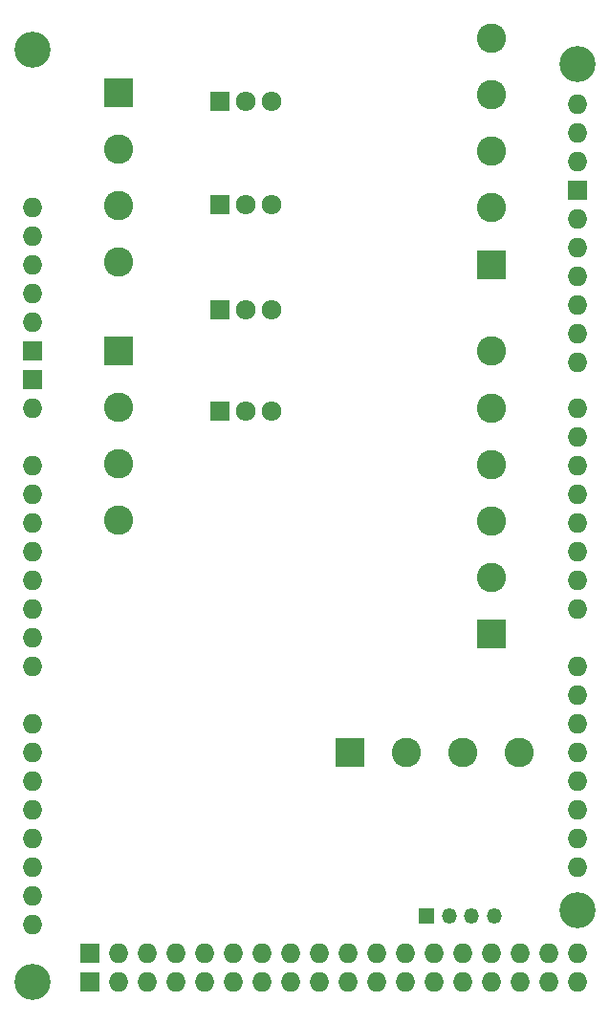
<source format=gbr>
%TF.GenerationSoftware,KiCad,Pcbnew,7.0.6-0*%
%TF.CreationDate,2023-09-22T13:52:59-04:00*%
%TF.ProjectId,SurfaceMounted,53757266-6163-4654-9d6f-756e7465642e,rev?*%
%TF.SameCoordinates,Original*%
%TF.FileFunction,Soldermask,Bot*%
%TF.FilePolarity,Negative*%
%FSLAX46Y46*%
G04 Gerber Fmt 4.6, Leading zero omitted, Abs format (unit mm)*
G04 Created by KiCad (PCBNEW 7.0.6-0) date 2023-09-22 13:52:59*
%MOMM*%
%LPD*%
G01*
G04 APERTURE LIST*
%ADD10C,3.200000*%
%ADD11O,1.727200X1.727200*%
%ADD12R,1.727200X1.727200*%
%ADD13R,1.350000X1.350000*%
%ADD14O,1.350000X1.350000*%
%ADD15R,2.600000X2.600000*%
%ADD16C,2.600000*%
%ADD17R,1.714500X1.800000*%
%ADD18O,1.714500X1.800000*%
G04 APERTURE END LIST*
D10*
%TO.C,A1*%
X211073600Y-55374800D03*
X259333600Y-56644800D03*
D11*
X211073600Y-69344800D03*
D10*
X259333600Y-131574800D03*
X211073600Y-137924800D03*
D11*
X211073600Y-76964800D03*
X211073600Y-79504800D03*
X259333600Y-135384800D03*
X259333600Y-137924800D03*
X211073600Y-92204800D03*
X211073600Y-94744800D03*
X211073600Y-97284800D03*
X211073600Y-99824800D03*
X211073600Y-102364800D03*
X211073600Y-104904800D03*
X211073600Y-107444800D03*
X211073600Y-109984800D03*
X211073600Y-115064800D03*
X211073600Y-117604800D03*
X211073600Y-120144800D03*
X211073600Y-122684800D03*
X211073600Y-125224800D03*
X211073600Y-127764800D03*
X211073600Y-130304800D03*
X211073600Y-132844800D03*
X259333600Y-65280800D03*
X259333600Y-104904800D03*
X259333600Y-102364800D03*
X259333600Y-99824800D03*
X259333600Y-97284800D03*
X259333600Y-94744800D03*
X259333600Y-92204800D03*
X259333600Y-89664800D03*
X259333600Y-87124800D03*
X259333600Y-83060800D03*
X259333600Y-80520800D03*
X259333600Y-77980800D03*
X259333600Y-75440800D03*
X259333600Y-72900800D03*
X259333600Y-70360800D03*
X259333600Y-109984800D03*
X259333600Y-112524800D03*
X259333600Y-115064800D03*
X259333600Y-117604800D03*
X259333600Y-120144800D03*
X259333600Y-122684800D03*
X259333600Y-125224800D03*
X259333600Y-127764800D03*
X256793600Y-135384800D03*
X256793600Y-137924800D03*
X254253600Y-135384800D03*
X254253600Y-137924800D03*
X251713600Y-135384800D03*
X251713600Y-137924800D03*
X249173600Y-135384800D03*
X249173600Y-137924800D03*
X246633600Y-135384800D03*
X246633600Y-137924800D03*
X244093600Y-135384800D03*
X244093600Y-137924800D03*
X241553600Y-135384800D03*
X241553600Y-137924800D03*
X239013600Y-135384800D03*
X239013600Y-137924800D03*
X236473600Y-135384800D03*
X236473600Y-137924800D03*
X233933600Y-135384800D03*
X233933600Y-137924800D03*
X231393600Y-135384800D03*
X231393600Y-137924800D03*
X228853600Y-135384800D03*
X228853600Y-137924800D03*
X226313600Y-135384800D03*
X226313600Y-137924800D03*
X223773600Y-135384800D03*
X223773600Y-137924800D03*
X221233600Y-135384800D03*
X221233600Y-137924800D03*
X218693600Y-135384800D03*
X218693600Y-137924800D03*
D12*
X259333600Y-67820800D03*
X211073600Y-82044800D03*
X211073600Y-84584800D03*
X216153600Y-135384800D03*
X216153600Y-137924800D03*
D11*
X211073600Y-71884800D03*
X211073600Y-74424800D03*
X259333600Y-60200800D03*
X259333600Y-62740800D03*
X211073600Y-87124800D03*
%TD*%
D13*
%TO.C,Real_Time_Clock*%
X245961400Y-132156200D03*
D14*
X247961400Y-132156200D03*
X249961400Y-132156200D03*
X251961400Y-132156200D03*
%TD*%
D15*
%TO.C,UV_Leds/IR_LEDs*%
X251714000Y-74422000D03*
D16*
X251714000Y-69422000D03*
X251714000Y-64422000D03*
X251714000Y-59422000D03*
X251714000Y-54422000D03*
%TD*%
D15*
%TO.C,Rotary_Encoder1*%
X218694000Y-59182000D03*
D16*
X218694000Y-64182000D03*
X218694000Y-69182000D03*
X218694000Y-74182000D03*
%TD*%
D15*
%TO.C,Rotary_Encoder2*%
X218694000Y-82042000D03*
D16*
X218694000Y-87042000D03*
X218694000Y-92042000D03*
X218694000Y-97042000D03*
%TD*%
D15*
%TO.C,Other*%
X239174000Y-117602000D03*
D16*
X244174000Y-117602000D03*
X249174000Y-117602000D03*
X254174000Y-117602000D03*
%TD*%
D17*
%TO.C,Q3*%
X227685600Y-59994800D03*
D18*
X229971600Y-59994800D03*
X232257600Y-59994800D03*
%TD*%
D17*
%TO.C,Q2*%
X227685600Y-69138800D03*
D18*
X229971600Y-69138800D03*
X232257600Y-69138800D03*
%TD*%
D17*
%TO.C,Q4*%
X227685600Y-78435200D03*
D18*
X229971600Y-78435200D03*
X232257600Y-78435200D03*
%TD*%
D17*
%TO.C,Q1*%
X227685600Y-87426800D03*
D18*
X229971600Y-87426800D03*
X232257600Y-87426800D03*
%TD*%
D15*
%TO.C,Cameras/DAQ/Opto*%
X251714000Y-107122000D03*
D16*
X251714000Y-102122000D03*
X251714000Y-97122000D03*
X251714000Y-92122000D03*
X251714000Y-87122000D03*
X251714000Y-82122000D03*
%TD*%
M02*

</source>
